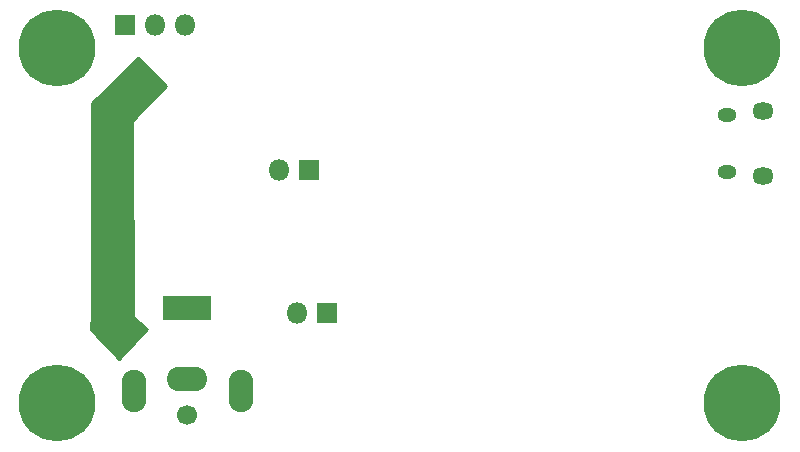
<source format=gbr>
%TF.GenerationSoftware,KiCad,Pcbnew,(5.1.6)-1*%
%TF.CreationDate,2020-06-23T15:14:12-07:00*%
%TF.ProjectId,LEDController,4c454443-6f6e-4747-926f-6c6c65722e6b,rev?*%
%TF.SameCoordinates,Original*%
%TF.FileFunction,Soldermask,Bot*%
%TF.FilePolarity,Negative*%
%FSLAX46Y46*%
G04 Gerber Fmt 4.6, Leading zero omitted, Abs format (unit mm)*
G04 Created by KiCad (PCBNEW (5.1.6)-1) date 2020-06-23 15:14:12*
%MOMM*%
%LPD*%
G01*
G04 APERTURE LIST*
%ADD10O,1.800000X1.800000*%
%ADD11R,1.800000X1.800000*%
%ADD12C,6.500000*%
%ADD13C,0.900000*%
%ADD14O,1.600000X1.200000*%
%ADD15O,1.800000X1.450000*%
%ADD16R,4.100000X2.100000*%
%ADD17O,3.400000X2.100000*%
%ADD18O,2.100000X3.600000*%
%ADD19C,1.700000*%
%ADD20C,0.254000*%
G04 APERTURE END LIST*
D10*
%TO.C,J7*%
X98260000Y-68400000D03*
D11*
X100800000Y-68400000D03*
%TD*%
D12*
%TO.C,H1*%
X78000000Y-46000000D03*
D13*
X78000000Y-43600000D03*
X79697056Y-44302944D03*
X80400000Y-46000000D03*
X79697056Y-47697056D03*
X78000000Y-48400000D03*
X76302944Y-47697056D03*
X75600000Y-46000000D03*
X76302944Y-44302944D03*
%TD*%
%TO.C,H2*%
X76302944Y-74302944D03*
X75600000Y-76000000D03*
X76302944Y-77697056D03*
X78000000Y-78400000D03*
X79697056Y-77697056D03*
X80400000Y-76000000D03*
X79697056Y-74302944D03*
X78000000Y-73600000D03*
D12*
X78000000Y-76000000D03*
%TD*%
%TO.C,H3*%
X136000000Y-46000000D03*
D13*
X136000000Y-43600000D03*
X137697056Y-44302944D03*
X138400000Y-46000000D03*
X137697056Y-47697056D03*
X136000000Y-48400000D03*
X134302944Y-47697056D03*
X133600000Y-46000000D03*
X134302944Y-44302944D03*
%TD*%
%TO.C,H4*%
X134302944Y-74302944D03*
X133600000Y-76000000D03*
X134302944Y-77697056D03*
X136000000Y-78400000D03*
X137697056Y-77697056D03*
X138400000Y-76000000D03*
X137697056Y-74302944D03*
X136000000Y-73600000D03*
D12*
X136000000Y-76000000D03*
%TD*%
D14*
%TO.C,J1*%
X134730000Y-56445000D03*
X134730000Y-51605000D03*
D15*
X137730000Y-56755000D03*
X137730000Y-51295000D03*
%TD*%
D16*
%TO.C,J2*%
X89000000Y-68000000D03*
D17*
X89000000Y-74000000D03*
D18*
X84500000Y-75000000D03*
X93500000Y-75000000D03*
D19*
X89000000Y-77000000D03*
%TD*%
D11*
%TO.C,J3*%
X83710000Y-44000000D03*
D10*
X86250000Y-44000000D03*
X88790000Y-44000000D03*
%TD*%
%TO.C,J6*%
X96750000Y-56250000D03*
D11*
X99290000Y-56250000D03*
%TD*%
D20*
G36*
X87220394Y-49200000D02*
G01*
X84310197Y-52110197D01*
X84294403Y-52129443D01*
X84282667Y-52151399D01*
X84275440Y-52175224D01*
X84273002Y-52200774D01*
X84373002Y-68600774D01*
X84375594Y-68625536D01*
X84382966Y-68649315D01*
X84394836Y-68671200D01*
X84414014Y-68693463D01*
X85571105Y-69757987D01*
X83246175Y-72315410D01*
X81323543Y-70369042D01*
X80877815Y-69712180D01*
X80901972Y-68552645D01*
X80902000Y-68550177D01*
X80926927Y-50652679D01*
X84800000Y-46779606D01*
X87220394Y-49200000D01*
G37*
X87220394Y-49200000D02*
X84310197Y-52110197D01*
X84294403Y-52129443D01*
X84282667Y-52151399D01*
X84275440Y-52175224D01*
X84273002Y-52200774D01*
X84373002Y-68600774D01*
X84375594Y-68625536D01*
X84382966Y-68649315D01*
X84394836Y-68671200D01*
X84414014Y-68693463D01*
X85571105Y-69757987D01*
X83246175Y-72315410D01*
X81323543Y-70369042D01*
X80877815Y-69712180D01*
X80901972Y-68552645D01*
X80902000Y-68550177D01*
X80926927Y-50652679D01*
X84800000Y-46779606D01*
X87220394Y-49200000D01*
M02*

</source>
